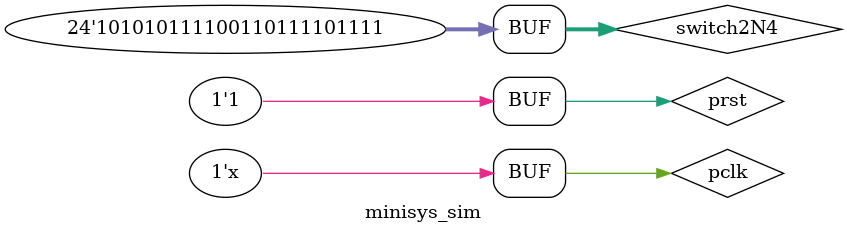
<source format=v>
`timescale 1ns / 1ps


module minisys_sim(

    );
    // input
    reg prst = 1'b0;
    reg pclk = 1'b0;
    reg[23:0] switch2N4;
    
    // output
    wire [23:0] led2N4; 
    minisys U(prst,pclk,led2N4,switch2N4);
    
    initial begin
        #1500  prst = 1'b1;
        switch2N4 = 24'hABCDEF;
    end

    always #5 pclk = ~pclk;
    
endmodule

</source>
